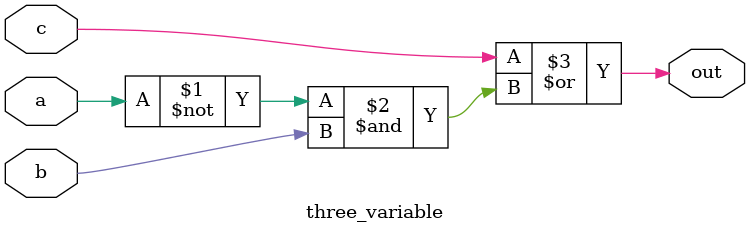
<source format=v>

module three_variable (input a, input b, input c, output out);

// gate-level model

/* 
wire a_bar;
wire a_bar_b;

not n0 (a_bar, a);
and a0 (a_bar_b, a_bar, b);
or o0 (out, c, a_bar_b);
*/

// dataflow model
// assign out = (~a & c) | (~a & b) | (a & ~b & c) | (b & c);
assign out = c | (~a & b);

endmodule
</source>
